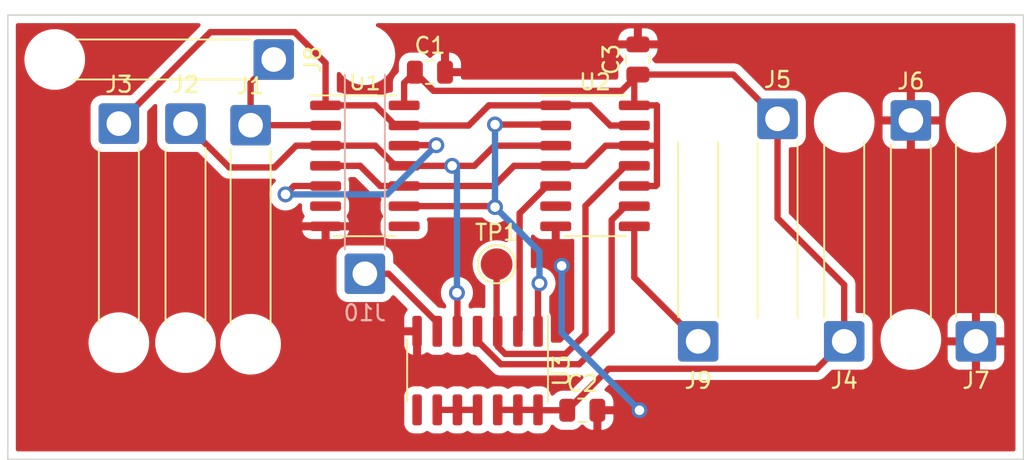
<source format=kicad_pcb>
(kicad_pcb (version 20211014) (generator pcbnew)
  (layers (0 "F.Cu" signal) (31 "B.Cu" signal) (34 "B.Paste" user) (35 "F.Paste" user) (36 "B.SilkS" user "B.Silkscreen") (37 "F.SilkS" user "F.Silkscreen") (38 "B.Mask" user) (39 "F.Mask" user) (44 "Edge.Cuts" user))
  (net 0 "")
  (net 1 "VCC")
  (net 2 "GND")
  (net 3 "/MOSI")
  (net 4 "/SCK")
  (net 5 "/FRAME")
  (net 6 "/NSS")
  (net 7 "/SCK_OUT")
  (net 8 "Net-(TP1-Pad1)")
  (net 9 "Net-(U1-Pad12)")
  (net 12 "Net-(U1-Pad9)")
  (net 13 "Net-(U2-Pad5)")
  (net 15 "Net-(U2-Pad9)")
  (net 17 "Net-(U3-Pad10)")
  (footprint "Connector_Wire:SolderWire-0.75sqmm_1x01_D1.25mm_OD2.3mm_Relief" (layer "F.Cu") (at 153.7 102.56 180)
    (fp_text reference "J4" (at 0 -2.47) (layer "F.SilkS"))
    (fp_text value "VCC")
    (fp_line (start 1.26 1.535) (end 1.26 12.54) (layer "F.SilkS") (width 0.12))
    (fp_line (start -1.26 1.535) (end -1.26 12.54) (layer "F.SilkS") (width 0.12))
    (pad "" np_thru_hole circle (at 0 13.8 180) (size 2.8 2.8) (drill 2.8) (layers *.Cu *.Mask))
    (pad "1" thru_hole roundrect (at 0 0 180) (size 2.55 2.55) (drill 1.55) (layers *.Cu *.Mask) (roundrect_rratio 0.09803882353) (net 1 "VCC"))
  )
  (footprint "Connector_Wire:SolderWire-0.75sqmm_1x01_D1.25mm_OD2.3mm_Relief" (layer "F.Cu") (at 108 88.84)
    (fp_text reference "J3" (at 0 -2.47) (layer "F.SilkS"))
    (fp_text value "CS_IN")
    (fp_line (start -1.26 1.535) (end -1.26 12.54) (layer "F.SilkS") (width 0.12))
    (fp_line (start 1.26 1.535) (end 1.26 12.54) (layer "F.SilkS") (width 0.12))
    (pad "" np_thru_hole circle (at 0 13.8) (size 2.8 2.8) (drill 2.8) (layers *.Cu *.Mask))
    (pad "1" thru_hole roundrect (at 0 0) (size 2.55 2.55) (drill 1.55) (layers *.Cu *.Mask) (roundrect_rratio 0.09803882353) (net 5 "/FRAME"))
  )
  (footprint "Package_SO:SOIC-14_3.9x8.7mm_P1.27mm" (layer "F.Cu") (at 123.5 91.5)
    (fp_text reference "U1" (at 0 -5.28) (layer "F.SilkS"))
    (fp_text value "74HC74")
    (fp_line (start 0 -4.435) (end -3.45 -4.435) (layer "F.SilkS") (width 0.12))
    (fp_line (start 0 4.435) (end -1.95 4.435) (layer "F.SilkS") (width 0.12))
    (fp_line (start 0 -4.435) (end 1.95 -4.435) (layer "F.SilkS") (width 0.12))
    (fp_line (start 0 4.435) (end 1.95 4.435) (layer "F.SilkS") (width 0.12))
    (pad "1" smd roundrect (at -2.475 -3.81) (size 1.95 0.6) (layers "F.Cu" "F.Paste" "F.Mask") (net 5 "/FRAME"))
    (pad "2" smd roundrect (at -2.475 -2.54) (size 1.95 0.6) (layers "F.Cu" "F.Paste" "F.Mask") (net 3 "/MOSI"))
    (pad "3" smd roundrect (at -2.475 -1.27) (size 1.95 0.6) (layers "F.Cu" "F.Paste" "F.Mask") (net 4 "/SCK"))
    (pad "4" smd roundrect (at -2.475 0) (size 1.95 0.6) (layers "F.Cu" "F.Paste" "F.Mask") (net 1 "VCC"))
    (pad "5" smd roundrect (at -2.475 1.27) (size 1.95 0.6) (layers "F.Cu" "F.Paste" "F.Mask") (net 9 "Net-(U1-Pad12)"))
    (pad "6" smd roundrect (at -2.475 2.54) (size 1.95 0.6) (layers "F.Cu" "F.Paste" "F.Mask"))
    (pad "7" smd roundrect (at -2.475 3.81) (size 1.95 0.6) (layers "F.Cu" "F.Paste" "F.Mask") (net 2 "GND"))
    (pad "8" smd roundrect (at 2.475 3.81) (size 1.95 0.6) (layers "F.Cu" "F.Paste" "F.Mask"))
    (pad "9" smd roundrect (at 2.475 2.54) (size 1.95 0.6) (layers "F.Cu" "F.Paste" "F.Mask") (net 12 "Net-(U1-Pad9)"))
    (pad "10" smd roundrect (at 2.475 1.27) (size 1.95 0.6) (layers "F.Cu" "F.Paste" "F.Mask") (net 1 "VCC"))
    (pad "11" smd roundrect (at 2.475 0) (size 1.95 0.6) (layers "F.Cu" "F.Paste" "F.Mask") (net 4 "/SCK"))
    (pad "12" smd roundrect (at 2.475 -1.27) (size 1.95 0.6) (layers "F.Cu" "F.Paste" "F.Mask") (net 9 "Net-(U1-Pad12)"))
    (pad "13" smd roundrect (at 2.475 -2.54) (size 1.95 0.6) (layers "F.Cu" "F.Paste" "F.Mask") (net 5 "/FRAME"))
    (pad "14" smd roundrect (at 2.475 -3.81) (size 1.95 0.6) (layers "F.Cu" "F.Paste" "F.Mask") (net 1 "VCC"))
  )
  (footprint "Connector_Wire:SolderWire-0.75sqmm_1x01_D1.25mm_OD2.3mm_Relief" (layer "F.Cu") (at 116.3 88.94)
    (fp_text reference "J1" (at 0 -2.47) (layer "F.SilkS"))
    (fp_text value "MOSI_IN")
    (fp_line (start 1.26 1.535) (end 1.26 12.54) (layer "F.SilkS") (width 0.12))
    (fp_line (start -1.26 1.535) (end -1.26 12.54) (layer "F.SilkS") (width 0.12))
    (pad "" np_thru_hole circle (at 0 13.8) (size 2.8 2.8) (drill 2.8) (layers *.Cu *.Mask))
    (pad "1" thru_hole roundrect (at 0 0) (size 2.55 2.55) (drill 1.55) (layers *.Cu *.Mask) (roundrect_rratio 0.09803882353) (net 3 "/MOSI"))
  )
  (footprint "TestPoint:TestPoint_Pad_D2.0mm" (layer "F.Cu") (at 131.8 97.7)
    (fp_text reference "TP1" (at 0 -1.998) (layer "F.SilkS"))
    (fp_text value "SYNC")
    (fp_circle (center 0 0) (end 0 1.2) (layer "F.SilkS") (width 0.12) (fill none))
    (pad "1" smd circle (at 0 0) (size 2 2) (layers "F.Cu" "F.Mask") (net 8 "Net-(TP1-Pad1)"))
  )
  (footprint "Capacitor_SMD:C_0805_2012Metric" (layer "F.Cu") (at 127.6 85.6)
    (fp_text reference "C1" (at 0 -1.68) (layer "F.SilkS"))
    (fp_text value "0.1")
    (fp_line (start -0.261252 -0.735) (end 0.261252 -0.735) (layer "F.SilkS") (width 0.12))
    (fp_line (start -0.261252 0.735) (end 0.261252 0.735) (layer "F.SilkS") (width 0.12))
    (pad "1" smd roundrect (at -0.95 0) (size 1 1.45) (layers "F.Cu" "F.Paste" "F.Mask") (net 1 "VCC"))
    (pad "2" smd roundrect (at 0.95 0) (size 1 1.45) (layers "F.Cu" "F.Paste" "F.Mask") (net 2 "GND"))
  )
  (footprint "Package_SO:SOIC-14_3.9x8.7mm_P1.27mm" (layer "F.Cu") (at 138 91.5)
    (fp_text reference "U2" (at 0 -5.28) (layer "F.SilkS"))
    (fp_text value "74HC74")
    (fp_line (start 0 -4.435) (end 1.95 -4.435) (layer "F.SilkS") (width 0.12))
    (fp_line (start 0 -4.435) (end -3.45 -4.435) (layer "F.SilkS") (width 0.12))
    (fp_line (start 0 4.435) (end 1.95 4.435) (layer "F.SilkS") (width 0.12))
    (fp_line (start 0 4.435) (end -1.95 4.435) (layer "F.SilkS") (width 0.12))
    (pad "1" smd roundrect (at -2.475 -3.81) (size 1.95 0.6) (layers "F.Cu" "F.Paste" "F.Mask") (net 5 "/FRAME"))
    (pad "2" smd roundrect (at -2.475 -2.54) (size 1.95 0.6) (layers "F.Cu" "F.Paste" "F.Mask") (net 12 "Net-(U1-Pad9)"))
    (pad "3" smd roundrect (at -2.475 -1.27) (size 1.95 0.6) (layers "F.Cu" "F.Paste" "F.Mask") (net 4 "/SCK"))
    (pad "4" smd roundrect (at -2.475 0) (size 1.95 0.6) (layers "F.Cu" "F.Paste" "F.Mask") (net 1 "VCC"))
    (pad "5" smd roundrect (at -2.475 1.27) (size 1.95 0.6) (layers "F.Cu" "F.Paste" "F.Mask") (net 13 "Net-(U2-Pad5)"))
    (pad "6" smd roundrect (at -2.475 2.54) (size 1.95 0.6) (layers "F.Cu" "F.Paste" "F.Mask"))
    (pad "7" smd roundrect (at -2.475 3.81) (size 1.95 0.6) (layers "F.Cu" "F.Paste" "F.Mask") (net 2 "GND"))
    (pad "8" smd roundrect (at 2.475 3.81) (size 1.95 0.6) (layers "F.Cu" "F.Paste" "F.Mask") (net 6 "/NSS"))
    (pad "9" smd roundrect (at 2.475 2.54) (size 1.95 0.6) (layers "F.Cu" "F.Paste" "F.Mask") (net 15 "Net-(U2-Pad9)"))
    (pad "10" smd roundrect (at 2.475 1.27) (size 1.95 0.6) (layers "F.Cu" "F.Paste" "F.Mask") (net 1 "VCC"))
    (pad "11" smd roundrect (at 2.475 0) (size 1.95 0.6) (layers "F.Cu" "F.Paste" "F.Mask") (net 8 "Net-(TP1-Pad1)"))
    (pad "12" smd roundrect (at 2.475 -1.27) (size 1.95 0.6) (layers "F.Cu" "F.Paste" "F.Mask") (net 1 "VCC"))
    (pad "13" smd roundrect (at 2.475 -2.54) (size 1.95 0.6) (layers "F.Cu" "F.Paste" "F.Mask") (net 5 "/FRAME"))
    (pad "14" smd roundrect (at 2.475 -3.81) (size 1.95 0.6) (layers "F.Cu" "F.Paste" "F.Mask") (net 1 "VCC"))
  )
  (footprint "Connector_Wire:SolderWire-0.75sqmm_1x01_D1.25mm_OD2.3mm_Relief" (layer "F.Cu") (at 157.9 88.64)
    (fp_text reference "J6" (at 0 -2.47) (layer "F.SilkS"))
    (fp_text value "GND")
    (fp_line (start 1.26 1.535) (end 1.26 12.54) (layer "F.SilkS") (width 0.12))
    (fp_line (start -1.26 1.535) (end -1.26 12.54) (layer "F.SilkS") (width 0.12))
    (pad "" np_thru_hole circle (at 0 13.8) (size 2.8 2.8) (drill 2.8) (layers *.Cu *.Mask))
    (pad "1" thru_hole roundrect (at 0 0) (size 2.55 2.55) (drill 1.55) (layers *.Cu *.Mask) (roundrect_rratio 0.09803882353) (net 2 "GND"))
  )
  (footprint "Capacitor_SMD:C_0805_2012Metric" (layer "F.Cu") (at 137.2 106.9)
    (fp_text reference "C2" (at 0 -1.68) (layer "F.SilkS"))
    (fp_text value "0.1")
    (fp_line (start -0.261252 0.735) (end 0.261252 0.735) (layer "F.SilkS") (width 0.12))
    (fp_line (start -0.261252 -0.735) (end 0.261252 -0.735) (layer "F.SilkS") (width 0.12))
    (pad "1" smd roundrect (at -0.95 0) (size 1 1.45) (layers "F.Cu" "F.Paste" "F.Mask") (net 1 "VCC"))
    (pad "2" smd roundrect (at 0.95 0) (size 1 1.45) (layers "F.Cu" "F.Paste" "F.Mask") (net 2 "GND"))
  )
  (footprint "Connector_Wire:SolderWire-0.75sqmm_1x01_D1.25mm_OD2.3mm_Relief" (layer "F.Cu") (at 162 102.56 180)
    (fp_text reference "J7" (at 0 -2.47) (layer "F.SilkS"))
    (fp_text value "GND")
    (fp_line (start -1.26 1.535) (end -1.26 12.54) (layer "F.SilkS") (width 0.12))
    (fp_line (start 1.26 1.535) (end 1.26 12.54) (layer "F.SilkS") (width 0.12))
    (pad "" np_thru_hole circle (at 0 13.8 180) (size 2.8 2.8) (drill 2.8) (layers *.Cu *.Mask))
    (pad "1" thru_hole roundrect (at 0 0 180) (size 2.55 2.55) (drill 1.55) (layers *.Cu *.Mask) (roundrect_rratio 0.09803882353) (net 2 "GND"))
  )
  (footprint "Connector_Wire:SolderWire-0.75sqmm_1x01_D1.25mm_OD2.3mm_Relief" (layer "F.Cu") (at 149.5 88.54)
    (fp_text reference "J5" (at 0 -2.47) (layer "F.SilkS"))
    (fp_text value "VCC")
    (fp_line (start 1.26 1.535) (end 1.26 12.54) (layer "F.SilkS") (width 0.12))
    (fp_line (start -1.26 1.535) (end -1.26 12.54) (layer "F.SilkS") (width 0.12))
    (pad "" np_thru_hole circle (at 0 13.8) (size 2.8 2.8) (drill 2.8) (layers *.Cu *.Mask))
    (pad "1" thru_hole roundrect (at 0 0) (size 2.55 2.55) (drill 1.55) (layers *.Cu *.Mask) (roundrect_rratio 0.09803882353) (net 1 "VCC"))
  )
  (footprint "Capacitor_SMD:C_0805_2012Metric" (layer "F.Cu") (at 140.7 84.8 90)
    (fp_text reference "C3" (at 0 -1.68 90) (layer "F.SilkS"))
    (fp_text value "0.1")
    (fp_line (start -0.261252 -0.735) (end 0.261252 -0.735) (layer "F.SilkS") (width 0.12))
    (fp_line (start -0.261252 0.735) (end 0.261252 0.735) (layer "F.SilkS") (width 0.12))
    (pad "1" smd roundrect (at -0.95 0 90) (size 1 1.45) (layers "F.Cu" "F.Paste" "F.Mask") (net 1 "VCC"))
    (pad "2" smd roundrect (at 0.95 0 90) (size 1 1.45) (layers "F.Cu" "F.Paste" "F.Mask") (net 2 "GND"))
  )
  (footprint "Connector_Wire:SolderWire-0.75sqmm_1x01_D1.25mm_OD2.3mm_Relief" (layer "F.Cu") (at 144.5 102.56 180)
    (fp_text reference "J9" (at 0 -2.47) (layer "F.SilkS"))
    (fp_text value "~{CS_OUT}")
    (fp_line (start -1.26 1.535) (end -1.26 12.54) (layer "F.SilkS") (width 0.12))
    (fp_line (start 1.26 1.535) (end 1.26 12.54) (layer "F.SilkS") (width 0.12))
    (pad "" np_thru_hole circle (at 0 13.8 180) (size 2.8 2.8) (drill 2.8) (layers *.Cu *.Mask))
    (pad "1" thru_hole roundrect (at 0 0 180) (size 2.55 2.55) (drill 1.55) (layers *.Cu *.Mask) (roundrect_rratio 0.09803882353) (net 6 "/NSS"))
  )
  (footprint "Connector_Wire:SolderWire-0.75sqmm_1x01_D1.25mm_OD2.3mm_Relief" (layer "F.Cu") (at 112.2 88.84)
    (fp_text reference "J2" (at 0 -2.47) (layer "F.SilkS"))
    (fp_text value "SCK_IN")
    (fp_line (start 1.26 1.535) (end 1.26 12.54) (layer "F.SilkS") (width 0.12))
    (fp_line (start -1.26 1.535) (end -1.26 12.54) (layer "F.SilkS") (width 0.12))
    (pad "" np_thru_hole circle (at 0 13.8) (size 2.8 2.8) (drill 2.8) (layers *.Cu *.Mask))
    (pad "1" thru_hole roundrect (at 0 0) (size 2.55 2.55) (drill 1.55) (layers *.Cu *.Mask) (roundrect_rratio 0.09803882353) (net 4 "/SCK"))
  )
  (footprint "Connector_Wire:SolderWire-0.75sqmm_1x01_D1.25mm_OD2.3mm_Relief" (layer "F.Cu") (at 117.76 84.8 -90)
    (fp_text reference "J8" (at 0 -2.47 -270) (layer "F.SilkS"))
    (fp_text value "MOSI_OUT")
    (fp_line (start -1.26 1.535) (end -1.26 12.54) (layer "F.SilkS") (width 0.12))
    (fp_line (start 1.26 1.535) (end 1.26 12.54) (layer "F.SilkS") (width 0.12))
    (pad "" np_thru_hole circle (at 0 13.8 270) (size 2.8 2.8) (drill 2.8) (layers *.Cu *.Mask))
    (pad "1" thru_hole roundrect (at 0 0 270) (size 2.55 2.55) (drill 1.55) (layers *.Cu *.Mask) (roundrect_rratio 0.09803882353) (net 3 "/MOSI"))
  )
  (footprint "Package_SO:SOIC-14_3.9x8.7mm_P1.27mm" (layer "F.Cu") (at 130.6 104.4 -90)
    (fp_text reference "U3" (at 0 -5.28 90) (layer "F.SilkS"))
    (fp_text value "74HC08")
    (fp_line (start 0 -4.435) (end 1.95 -4.435) (layer "F.SilkS") (width 0.12))
    (fp_line (start 0 4.435) (end 1.95 4.435) (layer "F.SilkS") (width 0.12))
    (fp_line (start 0 4.435) (end -1.95 4.435) (layer "F.SilkS") (width 0.12))
    (fp_line (start 0 -4.435) (end -3.45 -4.435) (layer "F.SilkS") (width 0.12))
    (pad "1" smd roundrect (at -2.475 -3.81 270) (size 1.95 0.6) (layers "F.Cu" "F.Paste" "F.Mask") (net 12 "Net-(U1-Pad9)"))
    (pad "2" smd roundrect (at -2.475 -2.54 270) (size 1.95 0.6) (layers "F.Cu" "F.Paste" "F.Mask") (net 13 "Net-(U2-Pad5)"))
    (pad "3" smd roundrect (at -2.475 -1.27 270) (size 1.95 0.6) (layers "F.Cu" "F.Paste" "F.Mask") (net 8 "Net-(TP1-Pad1)"))
    (pad "4" smd roundrect (at -2.475 0 270) (size 1.95 0.6) (layers "F.Cu" "F.Paste" "F.Mask") (net 15 "Net-(U2-Pad9)"))
    (pad "5" smd roundrect (at -2.475 1.27 270) (size 1.95 0.6) (layers "F.Cu" "F.Paste" "F.Mask") (net 4 "/SCK"))
    (pad "6" smd roundrect (at -2.475 2.54 270) (size 1.95 0.6) (layers "F.Cu" "F.Paste" "F.Mask") (net 7 "/SCK_OUT"))
    (pad "7" smd roundrect (at -2.475 3.81 270) (size 1.95 0.6) (layers "F.Cu" "F.Paste" "F.Mask") (net 2 "GND"))
    (pad "8" smd roundrect (at 2.475 3.81 270) (size 1.95 0.6) (layers "F.Cu" "F.Paste" "F.Mask"))
    (pad "9" smd roundrect (at 2.475 2.54 270) (size 1.95 0.6) (layers "F.Cu" "F.Paste" "F.Mask") (net 17 "Net-(U3-Pad10)"))
    (pad "10" smd roundrect (at 2.475 1.27 270) (size 1.95 0.6) (layers "F.Cu" "F.Paste" "F.Mask") (net 17 "Net-(U3-Pad10)"))
    (pad "11" smd roundrect (at 2.475 0 270) (size 1.95 0.6) (layers "F.Cu" "F.Paste" "F.Mask") (net 17 "Net-(U3-Pad10)"))
    (pad "12" smd roundrect (at 2.475 -1.27 270) (size 1.95 0.6) (layers "F.Cu" "F.Paste" "F.Mask") (net 1 "VCC"))
    (pad "13" smd roundrect (at 2.475 -2.54 270) (size 1.95 0.6) (layers "F.Cu" "F.Paste" "F.Mask") (net 1 "VCC"))
    (pad "14" smd roundrect (at 2.475 -3.81 270) (size 1.95 0.6) (layers "F.Cu" "F.Paste" "F.Mask") (net 1 "VCC"))
  )
  (footprint "Connector_Wire:SolderWire-0.75sqmm_1x01_D1.25mm_OD2.3mm_Relief" (layer "B.Cu") (at 123.5 98.3)
    (fp_text reference "J10" (at 0 2.47) (layer "B.SilkS") (effects (justify mirror)))
    (fp_text value "SCK_OUT")
    (fp_line (start 1.26 -1.535) (end 1.26 -12.54) (layer "B.SilkS") (width 0.12))
    (fp_line (start -1.26 -1.535) (end -1.26 -12.54) (layer "B.SilkS") (width 0.12))
    (pad "" np_thru_hole circle (at 0 -13.8) (size 2.8 2.8) (drill 2.8) (layers *.Cu *.Mask))
    (pad "1" thru_hole roundrect (at 0 0) (size 2.55 2.55) (drill 1.55) (layers *.Cu *.Mask) (roundrect_rratio 0.09803882353) (net 7 "/SCK_OUT"))
  )
  (gr_rect (start 101 82) (end 165 110) (layer "Edge.Cuts") (width 0.1) (fill none))
  (segment (start 149.5 88.54) (end 149.5 94.8) (width 0.4) (layer "F.Cu") (net 1))
  (segment (start 123.2 91.5) (end 124.47 92.77) (width 0.4) (layer "F.Cu") (net 1))
  (segment (start 125.975 86.275) (end 126.65 85.6) (width 0.4) (layer "F.Cu") (net 1))
  (segment (start 136.25 106.9) (end 138.865 104.285) (width 0.4) (layer "F.Cu") (net 1))
  (segment (start 140.7 85.75) (end 146.71 85.75) (width 0.4) (layer "F.Cu") (net 1))
  (segment (start 141.9 90.3) (end 141.9 87.7) (width 0.4) (layer "F.Cu") (net 1))
  (segment (start 124.47 92.77) (end 125.975 92.77) (width 0.4) (layer "F.Cu") (net 1))
  (segment (start 140.475 85.975) (end 140.7 85.75) (width 0.4) (layer "F.Cu") (net 1))
  (segment (start 140.475 90.23) (end 141.83 90.23) (width 0.4) (layer "F.Cu") (net 1))
  (segment (start 140.7 85.75) (end 139.675 86.775) (width 0.4) (layer "F.Cu") (net 1))
  (segment (start 141.9 92.7) (end 141.9 90.3) (width 0.4) (layer "F.Cu") (net 1))
  (segment (start 125.975 92.77) (end 131.63 92.77) (width 0.4) (layer "F.Cu") (net 1))
  (segment (start 132.9 91.5) (end 135.525 91.5) (width 0.4) (layer "F.Cu") (net 1))
  (segment (start 121.025 91.5) (end 123.2 91.5) (width 0.4) (layer "F.Cu") (net 1))
  (segment (start 139.675 86.775) (end 127.825 86.775) (width 0.4) (layer "F.Cu") (net 1))
  (segment (start 133.14 106.875) (end 131.87 106.875) (width 0.4) (layer "F.Cu") (net 1))
  (segment (start 138.67 90.23) (end 137.4 91.5) (width 0.4) (layer "F.Cu") (net 1))
  (segment (start 140.475 87.69) (end 140.475 85.975) (width 0.4) (layer "F.Cu") (net 1))
  (segment (start 141.83 92.77) (end 141.9 92.7) (width 0.4) (layer "F.Cu") (net 1))
  (segment (start 127.825 86.775) (end 126.65 85.6) (width 0.4) (layer "F.Cu") (net 1))
  (segment (start 134.41 106.875) (end 133.14 106.875) (width 0.4) (layer "F.Cu") (net 1))
  (segment (start 137.4 91.5) (end 135.525 91.5) (width 0.4) (layer "F.Cu") (net 1))
  (segment (start 131.63 92.77) (end 132.9 91.5) (width 0.4) (layer "F.Cu") (net 1))
  (segment (start 141.89 87.69) (end 140.475 87.69) (width 0.4) (layer "F.Cu") (net 1))
  (segment (start 140.475 92.77) (end 141.83 92.77) (width 0.4) (layer "F.Cu") (net 1))
  (segment (start 141.9 87.7) (end 141.89 87.69) (width 0.4) (layer "F.Cu") (net 1))
  (segment (start 141.83 90.23) (end 141.9 90.3) (width 0.4) (layer "F.Cu") (net 1))
  (segment (start 125.975 87.69) (end 125.975 86.275) (width 0.4) (layer "F.Cu") (net 1))
  (segment (start 151.975 104.285) (end 153.7 102.56) (width 0.4) (layer "F.Cu") (net 1))
  (segment (start 140.475 90.23) (end 138.67 90.23) (width 0.4) (layer "F.Cu") (net 1))
  (segment (start 149.5 94.8) (end 153.7 99) (width 0.4) (layer "F.Cu") (net 1))
  (segment (start 134.435 106.9) (end 134.41 106.875) (width 0.4) (layer "F.Cu") (net 1))
  (segment (start 136.25 106.9) (end 134.435 106.9) (width 0.4) (layer "F.Cu") (net 1))
  (segment (start 153.7 99) (end 153.7 102.56) (width 0.4) (layer "F.Cu") (net 1))
  (segment (start 138.865 104.285) (end 151.975 104.285) (width 0.4) (layer "F.Cu") (net 1))
  (segment (start 146.71 85.75) (end 149.5 88.54) (width 0.4) (layer "F.Cu") (net 1))
  (segment (start 135.525 95.31) (end 135.525 97.425) (width 0.4) (layer "F.Cu") (net 2))
  (segment (start 140.8 106.9) (end 138.15 106.9) (width 0.4) (layer "F.Cu") (net 2))
  (segment (start 135.525 97.425) (end 135.9 97.8) (width 0.4) (layer "F.Cu") (net 2))
  (via (at 135.9 97.8) (size 1) (drill 0.6) (layers "F.Cu" "B.Cu") (net 2))
  (via (at 140.8 106.9) (size 1) (drill 0.6) (layers "F.Cu" "B.Cu") (net 2))
  (segment (start 135.9 102) (end 140.8 106.9) (width 0.4) (layer "B.Cu") (net 2))
  (segment (start 135.9 97.8) (end 135.9 102) (width 0.4) (layer "B.Cu") (net 2))
  (segment (start 116.3 88.94) (end 121.005 88.94) (width 0.4) (layer "F.Cu") (net 3))
  (segment (start 116.3 86.26) (end 117.76 84.8) (width 0.4) (layer "F.Cu") (net 3))
  (segment (start 121.005 88.94) (end 121.025 88.96) (width 0.4) (layer "F.Cu") (net 3))
  (segment (start 116.3 88.94) (end 116.3 86.26) (width 0.4) (layer "F.Cu") (net 3))
  (segment (start 131.67 90.23) (end 135.525 90.23) (width 0.4) (layer "F.Cu") (net 4))
  (segment (start 121.025 90.23) (end 124.151472 90.23) (width 0.4) (layer "F.Cu") (net 4))
  (segment (start 114.96 91.6) (end 112.2 88.84) (width 0.4) (layer "F.Cu") (net 4))
  (segment (start 117.8 91.6) (end 114.96 91.6) (width 0.4) (layer "F.Cu") (net 4))
  (segment (start 130.4 91.5) (end 131.67 90.23) (width 0.4) (layer "F.Cu") (net 4))
  (segment (start 129.33 99.53) (end 129.3 99.5) (width 0.4) (layer "F.Cu") (net 4))
  (segment (start 124.151472 90.23) (end 125.421472 91.5) (width 0.4) (layer "F.Cu") (net 4))
  (segment (start 125.975 91.5) (end 129 91.5) (width 0.4) (layer "F.Cu") (net 4))
  (segment (start 125.421472 91.5) (end 125.975 91.5) (width 0.4) (layer "F.Cu") (net 4))
  (segment (start 119.17 90.23) (end 117.8 91.6) (width 0.4) (layer "F.Cu") (net 4))
  (segment (start 129.33 91.53) (end 129.3 91.5) (width 0.4) (layer "F.Cu") (net 4))
  (segment (start 129.3 91.5) (end 130.4 91.5) (width 0.4) (layer "F.Cu") (net 4))
  (segment (start 129 91.5) (end 129.3 91.5) (width 0.4) (layer "F.Cu") (net 4))
  (segment (start 129.33 101.925) (end 129.33 99.53) (width 0.4) (layer "F.Cu") (net 4))
  (segment (start 121.025 90.23) (end 119.17 90.23) (width 0.4) (layer "F.Cu") (net 4))
  (via (at 129 91.5) (size 1) (drill 0.6) (layers "F.Cu" "B.Cu") (net 4))
  (via (at 129.3 99.5) (size 1) (drill 0.6) (layers "F.Cu" "B.Cu") (net 4))
  (segment (start 129.3 99.5) (end 129.3 91.8) (width 0.4) (layer "B.Cu") (net 4))
  (segment (start 129.3 91.8) (end 129 91.5) (width 0.4) (layer "B.Cu") (net 4))
  (segment (start 137.69 87.69) (end 138.96 88.96) (width 0.4) (layer "F.Cu") (net 5))
  (segment (start 130.04 88.96) (end 131.31 87.69) (width 0.4) (layer "F.Cu") (net 5))
  (segment (start 131.31 87.69) (end 135.525 87.69) (width 0.4) (layer "F.Cu") (net 5))
  (segment (start 121.025 87.69) (end 121.025 85.02505) (width 0.4) (layer "F.Cu") (net 5))
  (segment (start 138.96 88.96) (end 140.475 88.96) (width 0.4) (layer "F.Cu") (net 5))
  (segment (start 124.151472 87.69) (end 125.421472 88.96) (width 0.4) (layer "F.Cu") (net 5))
  (segment (start 125.975 88.96) (end 130.04 88.96) (width 0.4) (layer "F.Cu") (net 5))
  (segment (start 125.421472 88.96) (end 125.975 88.96) (width 0.4) (layer "F.Cu") (net 5))
  (segment (start 121.025 87.69) (end 124.151472 87.69) (width 0.4) (layer "F.Cu") (net 5))
  (segment (start 135.525 87.69) (end 137.69 87.69) (width 0.4) (layer "F.Cu") (net 5))
  (segment (start 113.765 83.075) (end 108 88.84) (width 0.4) (layer "F.Cu") (net 5))
  (segment (start 119.07495 83.075) (end 113.765 83.075) (width 0.4) (layer "F.Cu") (net 5))
  (segment (start 121.025 85.02505) (end 119.07495 83.075) (width 0.4) (layer "F.Cu") (net 5))
  (segment (start 140.475 98.535) (end 144.5 102.56) (width 0.4) (layer "F.Cu") (net 6))
  (segment (start 140.475 95.31) (end 140.475 98.535) (width 0.4) (layer "F.Cu") (net 6))
  (segment (start 128.06 101.925) (end 128.06 101.371472) (width 0.4) (layer "F.Cu") (net 7))
  (segment (start 124.988528 98.3) (end 123.5 98.3) (width 0.4) (layer "F.Cu") (net 7))
  (segment (start 128.06 101.371472) (end 124.988528 98.3) (width 0.4) (layer "F.Cu") (net 7))
  (segment (start 136.15 103.35) (end 132.338534 103.35) (width 0.4) (layer "F.Cu") (net 8))
  (segment (start 132.338534 103.35) (end 131.87 102.881466) (width 0.4) (layer "F.Cu") (net 8))
  (segment (start 131.87 102.881466) (end 131.87 101.925) (width 0.4) (layer "F.Cu") (net 8))
  (segment (start 131.87 101.925) (end 131.8 101.855) (width 0.4) (layer "F.Cu") (net 8))
  (segment (start 137.4 102.1) (end 136.15 103.35) (width 0.4) (layer "F.Cu") (net 8))
  (segment (start 139.921472 91.5) (end 137.4 94.021472) (width 0.4) (layer "F.Cu") (net 8))
  (segment (start 137.4 94.021472) (end 137.4 102.1) (width 0.4) (layer "F.Cu") (net 8))
  (segment (start 131.8 101.855) (end 131.8 97.7) (width 0.4) (layer "F.Cu") (net 8))
  (segment (start 140.475 91.5) (end 139.921472 91.5) (width 0.4) (layer "F.Cu") (net 8))
  (segment (start 126.005 90.2) (end 125.975 90.23) (width 0.4) (layer "F.Cu") (net 9))
  (segment (start 128 90.2) (end 126.005 90.2) (width 0.4) (layer "F.Cu") (net 9))
  (segment (start 121.025 92.77) (end 119.03 92.77) (width 0.4) (layer "F.Cu") (net 9))
  (segment (start 119.03 92.77) (end 118.5 93.3) (width 0.4) (layer "F.Cu") (net 9))
  (via (at 118.5 93.3) (size 1) (drill 0.6) (layers "F.Cu" "B.Cu") (net 9))
  (via (at 128 90.2) (size 1) (drill 0.6) (layers "F.Cu" "B.Cu") (net 9))
  (segment (start 124.9 93.3) (end 128 90.2) (width 0.4) (layer "B.Cu") (net 9))
  (segment (start 118.5 93.3) (end 124.9 93.3) (width 0.4) (layer "B.Cu") (net 9))
  (segment (start 125.975 94.04) (end 131.64 94.04) (width 0.4) (layer "F.Cu") (net 12))
  (segment (start 131.64 94.04) (end 131.7 94.1) (width 0.4) (layer "F.Cu") (net 12))
  (segment (start 134.41 98.99) (end 134.5 98.9) (width 0.4) (layer "F.Cu") (net 12))
  (segment (start 135.465 88.9) (end 135.525 88.96) (width 0.4) (layer "F.Cu") (net 12))
  (segment (start 131.7 88.9) (end 135.465 88.9) (width 0.4) (layer "F.Cu") (net 12))
  (segment (start 134.41 101.925) (end 134.41 98.99) (width 0.4) (layer "F.Cu") (net 12))
  (via (at 134.5 98.9) (size 1) (drill 0.6) (layers "F.Cu" "B.Cu") (net 12))
  (via (at 131.7 94.1) (size 1) (drill 0.6) (layers "F.Cu" "B.Cu") (net 12))
  (via (at 131.7 88.9) (size 1) (drill 0.6) (layers "F.Cu" "B.Cu") (net 12))
  (segment (start 134.5 96.9) (end 131.7 94.1) (width 0.4) (layer "B.Cu") (net 12))
  (segment (start 134.5 98.9) (end 134.5 96.9) (width 0.4) (layer "B.Cu") (net 12))
  (segment (start 131.7 94.1) (end 131.7 88.9) (width 0.4) (layer "B.Cu") (net 12))
  (segment (start 133.14 101.925) (end 133.25 101.815) (width 0.4) (layer "F.Cu") (net 13))
  (segment (start 133.25 101.815) (end 133.25 94.491472) (width 0.4) (layer "F.Cu") (net 13))
  (segment (start 133.25 94.491472) (end 134.971472 92.77) (width 0.4) (layer "F.Cu") (net 13))
  (segment (start 134.971472 92.77) (end 135.525 92.77) (width 0.4) (layer "F.Cu") (net 13))
  (segment (start 130.6 102.53) (end 130.6 101.925) (width 0.4) (layer "F.Cu") (net 15))
  (segment (start 139.921472 94.04) (end 139.05 94.911472) (width 0.4) (layer "F.Cu") (net 15))
  (segment (start 137.000499 103.999501) (end 132.069501 103.999501) (width 0.4) (layer "F.Cu") (net 15))
  (segment (start 132.069501 103.999501) (end 130.6 102.53) (width 0.4) (layer "F.Cu") (net 15))
  (segment (start 140.475 94.04) (end 139.921472 94.04) (width 0.4) (layer "F.Cu") (net 15))
  (segment (start 139.05 94.911472) (end 139.05 101.95) (width 0.4) (layer "F.Cu") (net 15))
  (segment (start 139.05 101.95) (end 137.000499 103.999501) (width 0.4) (layer "F.Cu") (net 15))
  (segment (start 130.6 106.875) (end 129.33 106.875) (width 0.4) (layer "F.Cu") (net 17))
  (segment (start 129.33 106.875) (end 128.06 106.875) (width 0.4) (layer "F.Cu") (net 17))
  (zone (net 2) (net_name "GND") (layer "F.Cu") (connect_pads (clearance 0.508)) (min_thickness 0.254) (fill yes (thermal_gap 0.508) (thermal_bridge_width 0.508))
    (polygon (pts (xy 165 110) (xy 101 110) (xy 101 82) (xy 165 82)))
  )
)
</source>
